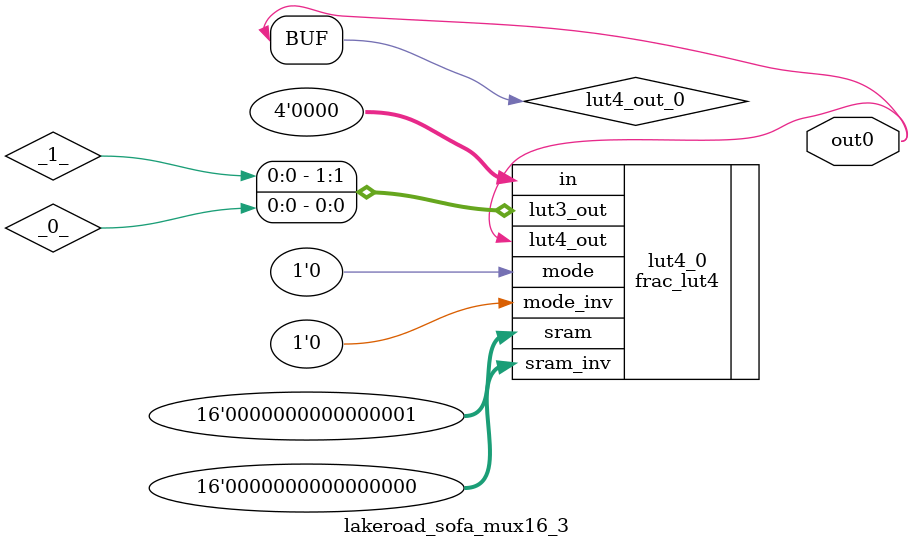
<source format=v>
/* Generated by Yosys 0.19 (git sha1 a45c131b37c, clang 13.1.6 -fPIC -Os) */

module lakeroad_sofa_mux16_3(out0);
  wire _0_;
  wire _1_;
  wire lut4_out_0;
  output out0;
  wire out0;
  frac_lut4 lut4_0 (
    .in(4'h0),
    .lut3_out({ _1_, _0_ }),
    .lut4_out(out0),
    .mode(1'h0),
    .mode_inv(1'h0),
    .sram(16'h0001),
    .sram_inv(16'h0000)
  );
  assign lut4_out_0 = out0;
endmodule


</source>
